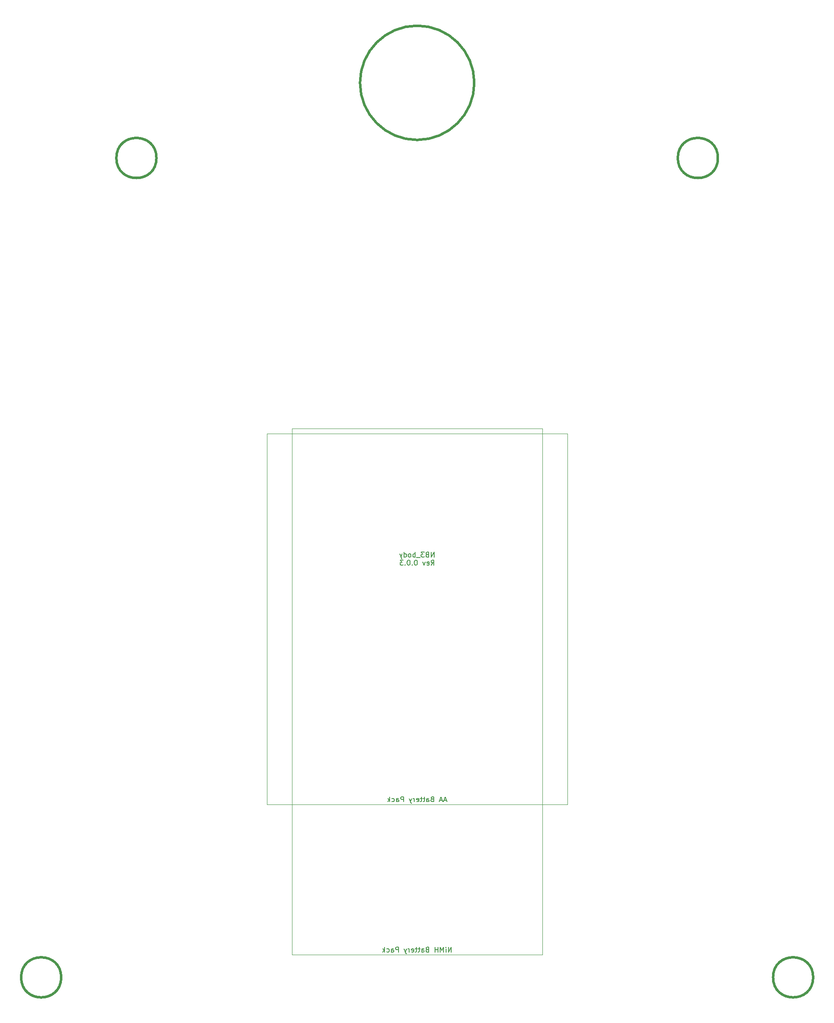
<source format=gbo>
G04 #@! TF.GenerationSoftware,KiCad,Pcbnew,(6.0.8)*
G04 #@! TF.CreationDate,2022-10-11T11:52:18+01:00*
G04 #@! TF.ProjectId,NB3_body,4e42335f-626f-4647-992e-6b696361645f,0.0.3*
G04 #@! TF.SameCoordinates,PX76bb820PYd4ab5c0*
G04 #@! TF.FileFunction,Legend,Bot*
G04 #@! TF.FilePolarity,Positive*
%FSLAX46Y46*%
G04 Gerber Fmt 4.6, Leading zero omitted, Abs format (unit mm)*
G04 Created by KiCad (PCBNEW (6.0.8)) date 2022-10-11 11:52:18*
%MOMM*%
%LPD*%
G01*
G04 APERTURE LIST*
%ADD10C,0.500000*%
%ADD11C,0.120000*%
%ADD12C,0.150000*%
G04 APERTURE END LIST*
D10*
X79000000Y6500000D02*
G75*
G03*
X79000000Y6500000I-4000000J0D01*
G01*
X-52000000Y170000000D02*
G75*
G03*
X-52000000Y170000000I-4000000J0D01*
G01*
X11400000Y185000000D02*
G75*
G03*
X11400000Y185000000I-11400000J0D01*
G01*
X-71000000Y6500000D02*
G75*
G03*
X-71000000Y6500000I-4000000J0D01*
G01*
D11*
X30000000Y115000000D02*
X-30000000Y115000000D01*
X-30000000Y115000000D02*
X-30000000Y41000000D01*
X-30000000Y41000000D02*
X30000000Y41000000D01*
X30000000Y41000000D02*
X30000000Y115000000D01*
D10*
X60000000Y170000000D02*
G75*
G03*
X60000000Y170000000I-4000000J0D01*
G01*
D11*
X25000000Y116000000D02*
X-25000000Y116000000D01*
X-25000000Y116000000D02*
X-25000000Y11000000D01*
X-25000000Y11000000D02*
X25000000Y11000000D01*
X25000000Y11000000D02*
X25000000Y116000000D01*
D12*
X5857142Y41833334D02*
X5380952Y41833334D01*
X5952380Y41547620D02*
X5619047Y42547620D01*
X5285714Y41547620D01*
X5000000Y41833334D02*
X4523809Y41833334D01*
X5095238Y41547620D02*
X4761904Y42547620D01*
X4428571Y41547620D01*
X3000000Y42071429D02*
X2857142Y42023810D01*
X2809523Y41976191D01*
X2761904Y41880953D01*
X2761904Y41738096D01*
X2809523Y41642858D01*
X2857142Y41595239D01*
X2952380Y41547620D01*
X3333333Y41547620D01*
X3333333Y42547620D01*
X3000000Y42547620D01*
X2904761Y42500000D01*
X2857142Y42452381D01*
X2809523Y42357143D01*
X2809523Y42261905D01*
X2857142Y42166667D01*
X2904761Y42119048D01*
X3000000Y42071429D01*
X3333333Y42071429D01*
X1904761Y41547620D02*
X1904761Y42071429D01*
X1952380Y42166667D01*
X2047619Y42214286D01*
X2238095Y42214286D01*
X2333333Y42166667D01*
X1904761Y41595239D02*
X2000000Y41547620D01*
X2238095Y41547620D01*
X2333333Y41595239D01*
X2380952Y41690477D01*
X2380952Y41785715D01*
X2333333Y41880953D01*
X2238095Y41928572D01*
X2000000Y41928572D01*
X1904761Y41976191D01*
X1571428Y42214286D02*
X1190476Y42214286D01*
X1428571Y42547620D02*
X1428571Y41690477D01*
X1380952Y41595239D01*
X1285714Y41547620D01*
X1190476Y41547620D01*
X1000000Y42214286D02*
X619047Y42214286D01*
X857142Y42547620D02*
X857142Y41690477D01*
X809523Y41595239D01*
X714285Y41547620D01*
X619047Y41547620D01*
X-95239Y41595239D02*
X0Y41547620D01*
X190476Y41547620D01*
X285714Y41595239D01*
X333333Y41690477D01*
X333333Y42071429D01*
X285714Y42166667D01*
X190476Y42214286D01*
X0Y42214286D01*
X-95239Y42166667D01*
X-142858Y42071429D01*
X-142858Y41976191D01*
X333333Y41880953D01*
X-571429Y41547620D02*
X-571429Y42214286D01*
X-571429Y42023810D02*
X-619048Y42119048D01*
X-666667Y42166667D01*
X-761905Y42214286D01*
X-857143Y42214286D01*
X-1095239Y42214286D02*
X-1333334Y41547620D01*
X-1571429Y42214286D02*
X-1333334Y41547620D01*
X-1238096Y41309524D01*
X-1190477Y41261905D01*
X-1095239Y41214286D01*
X-2714286Y41547620D02*
X-2714286Y42547620D01*
X-3095239Y42547620D01*
X-3190477Y42500000D01*
X-3238096Y42452381D01*
X-3285715Y42357143D01*
X-3285715Y42214286D01*
X-3238096Y42119048D01*
X-3190477Y42071429D01*
X-3095239Y42023810D01*
X-2714286Y42023810D01*
X-4142858Y41547620D02*
X-4142858Y42071429D01*
X-4095239Y42166667D01*
X-4000000Y42214286D01*
X-3809524Y42214286D01*
X-3714286Y42166667D01*
X-4142858Y41595239D02*
X-4047620Y41547620D01*
X-3809524Y41547620D01*
X-3714286Y41595239D01*
X-3666667Y41690477D01*
X-3666667Y41785715D01*
X-3714286Y41880953D01*
X-3809524Y41928572D01*
X-4047620Y41928572D01*
X-4142858Y41976191D01*
X-5047620Y41595239D02*
X-4952381Y41547620D01*
X-4761905Y41547620D01*
X-4666667Y41595239D01*
X-4619048Y41642858D01*
X-4571429Y41738096D01*
X-4571429Y42023810D01*
X-4619048Y42119048D01*
X-4666667Y42166667D01*
X-4761905Y42214286D01*
X-4952381Y42214286D01*
X-5047620Y42166667D01*
X-5476191Y41547620D02*
X-5476191Y42547620D01*
X-5571429Y41928572D02*
X-5857143Y41547620D01*
X-5857143Y42214286D02*
X-5476191Y41833334D01*
X3380952Y90352620D02*
X3380952Y91352620D01*
X2809523Y90352620D01*
X2809523Y91352620D01*
X2000000Y90876429D02*
X1857142Y90828810D01*
X1809523Y90781191D01*
X1761904Y90685953D01*
X1761904Y90543096D01*
X1809523Y90447858D01*
X1857142Y90400239D01*
X1952380Y90352620D01*
X2333333Y90352620D01*
X2333333Y91352620D01*
X2000000Y91352620D01*
X1904761Y91305000D01*
X1857142Y91257381D01*
X1809523Y91162143D01*
X1809523Y91066905D01*
X1857142Y90971667D01*
X1904761Y90924048D01*
X2000000Y90876429D01*
X2333333Y90876429D01*
X1428571Y91352620D02*
X809523Y91352620D01*
X1142857Y90971667D01*
X1000000Y90971667D01*
X904761Y90924048D01*
X857142Y90876429D01*
X809523Y90781191D01*
X809523Y90543096D01*
X857142Y90447858D01*
X904761Y90400239D01*
X1000000Y90352620D01*
X1285714Y90352620D01*
X1380952Y90400239D01*
X1428571Y90447858D01*
X619047Y90257381D02*
X-142858Y90257381D01*
X-380953Y90352620D02*
X-380953Y91352620D01*
X-380953Y90971667D02*
X-476191Y91019286D01*
X-666667Y91019286D01*
X-761905Y90971667D01*
X-809524Y90924048D01*
X-857143Y90828810D01*
X-857143Y90543096D01*
X-809524Y90447858D01*
X-761905Y90400239D01*
X-666667Y90352620D01*
X-476191Y90352620D01*
X-380953Y90400239D01*
X-1428572Y90352620D02*
X-1333334Y90400239D01*
X-1285715Y90447858D01*
X-1238096Y90543096D01*
X-1238096Y90828810D01*
X-1285715Y90924048D01*
X-1333334Y90971667D01*
X-1428572Y91019286D01*
X-1571429Y91019286D01*
X-1666667Y90971667D01*
X-1714286Y90924048D01*
X-1761905Y90828810D01*
X-1761905Y90543096D01*
X-1714286Y90447858D01*
X-1666667Y90400239D01*
X-1571429Y90352620D01*
X-1428572Y90352620D01*
X-2619048Y90352620D02*
X-2619048Y91352620D01*
X-2619048Y90400239D02*
X-2523810Y90352620D01*
X-2333334Y90352620D01*
X-2238096Y90400239D01*
X-2190477Y90447858D01*
X-2142858Y90543096D01*
X-2142858Y90828810D01*
X-2190477Y90924048D01*
X-2238096Y90971667D01*
X-2333334Y91019286D01*
X-2523810Y91019286D01*
X-2619048Y90971667D01*
X-3000000Y91019286D02*
X-3238096Y90352620D01*
X-3476191Y91019286D02*
X-3238096Y90352620D01*
X-3142858Y90114524D01*
X-3095239Y90066905D01*
X-3000000Y90019286D01*
X2785714Y88742620D02*
X3119047Y89218810D01*
X3357142Y88742620D02*
X3357142Y89742620D01*
X2976190Y89742620D01*
X2880952Y89695000D01*
X2833333Y89647381D01*
X2785714Y89552143D01*
X2785714Y89409286D01*
X2833333Y89314048D01*
X2880952Y89266429D01*
X2976190Y89218810D01*
X3357142Y89218810D01*
X1976190Y88790239D02*
X2071428Y88742620D01*
X2261904Y88742620D01*
X2357142Y88790239D01*
X2404761Y88885477D01*
X2404761Y89266429D01*
X2357142Y89361667D01*
X2261904Y89409286D01*
X2071428Y89409286D01*
X1976190Y89361667D01*
X1928571Y89266429D01*
X1928571Y89171191D01*
X2404761Y89075953D01*
X1595238Y89409286D02*
X1357142Y88742620D01*
X1119047Y89409286D01*
X-214286Y89742620D02*
X-309524Y89742620D01*
X-404762Y89695000D01*
X-452381Y89647381D01*
X-500000Y89552143D01*
X-547620Y89361667D01*
X-547620Y89123572D01*
X-500000Y88933096D01*
X-452381Y88837858D01*
X-404762Y88790239D01*
X-309524Y88742620D01*
X-214286Y88742620D01*
X-119048Y88790239D01*
X-71429Y88837858D01*
X-23810Y88933096D01*
X23809Y89123572D01*
X23809Y89361667D01*
X-23810Y89552143D01*
X-71429Y89647381D01*
X-119048Y89695000D01*
X-214286Y89742620D01*
X-976191Y88837858D02*
X-1023810Y88790239D01*
X-976191Y88742620D01*
X-928572Y88790239D01*
X-976191Y88837858D01*
X-976191Y88742620D01*
X-1642858Y89742620D02*
X-1738096Y89742620D01*
X-1833334Y89695000D01*
X-1880953Y89647381D01*
X-1928572Y89552143D01*
X-1976191Y89361667D01*
X-1976191Y89123572D01*
X-1928572Y88933096D01*
X-1880953Y88837858D01*
X-1833334Y88790239D01*
X-1738096Y88742620D01*
X-1642858Y88742620D01*
X-1547620Y88790239D01*
X-1500000Y88837858D01*
X-1452381Y88933096D01*
X-1404762Y89123572D01*
X-1404762Y89361667D01*
X-1452381Y89552143D01*
X-1500000Y89647381D01*
X-1547620Y89695000D01*
X-1642858Y89742620D01*
X-2404762Y88837858D02*
X-2452381Y88790239D01*
X-2404762Y88742620D01*
X-2357143Y88790239D01*
X-2404762Y88837858D01*
X-2404762Y88742620D01*
X-2785715Y89742620D02*
X-3404762Y89742620D01*
X-3071429Y89361667D01*
X-3214286Y89361667D01*
X-3309524Y89314048D01*
X-3357143Y89266429D01*
X-3404762Y89171191D01*
X-3404762Y88933096D01*
X-3357143Y88837858D01*
X-3309524Y88790239D01*
X-3214286Y88742620D01*
X-2928572Y88742620D01*
X-2833334Y88790239D01*
X-2785715Y88837858D01*
X6809523Y11547620D02*
X6809523Y12547620D01*
X6238095Y11547620D01*
X6238095Y12547620D01*
X5761904Y11547620D02*
X5761904Y12214286D01*
X5761904Y12547620D02*
X5809523Y12500000D01*
X5761904Y12452381D01*
X5714285Y12500000D01*
X5761904Y12547620D01*
X5761904Y12452381D01*
X5285714Y11547620D02*
X5285714Y12547620D01*
X4952380Y11833334D01*
X4619047Y12547620D01*
X4619047Y11547620D01*
X4142857Y11547620D02*
X4142857Y12547620D01*
X4142857Y12071429D02*
X3571428Y12071429D01*
X3571428Y11547620D02*
X3571428Y12547620D01*
X2000000Y12071429D02*
X1857142Y12023810D01*
X1809523Y11976191D01*
X1761904Y11880953D01*
X1761904Y11738096D01*
X1809523Y11642858D01*
X1857142Y11595239D01*
X1952380Y11547620D01*
X2333333Y11547620D01*
X2333333Y12547620D01*
X2000000Y12547620D01*
X1904761Y12500000D01*
X1857142Y12452381D01*
X1809523Y12357143D01*
X1809523Y12261905D01*
X1857142Y12166667D01*
X1904761Y12119048D01*
X2000000Y12071429D01*
X2333333Y12071429D01*
X904761Y11547620D02*
X904761Y12071429D01*
X952380Y12166667D01*
X1047619Y12214286D01*
X1238095Y12214286D01*
X1333333Y12166667D01*
X904761Y11595239D02*
X1000000Y11547620D01*
X1238095Y11547620D01*
X1333333Y11595239D01*
X1380952Y11690477D01*
X1380952Y11785715D01*
X1333333Y11880953D01*
X1238095Y11928572D01*
X1000000Y11928572D01*
X904761Y11976191D01*
X571428Y12214286D02*
X190476Y12214286D01*
X428571Y12547620D02*
X428571Y11690477D01*
X380952Y11595239D01*
X285714Y11547620D01*
X190476Y11547620D01*
X0Y12214286D02*
X-380953Y12214286D01*
X-142858Y12547620D02*
X-142858Y11690477D01*
X-190477Y11595239D01*
X-285715Y11547620D01*
X-380953Y11547620D01*
X-1095239Y11595239D02*
X-1000000Y11547620D01*
X-809524Y11547620D01*
X-714286Y11595239D01*
X-666667Y11690477D01*
X-666667Y12071429D01*
X-714286Y12166667D01*
X-809524Y12214286D01*
X-1000000Y12214286D01*
X-1095239Y12166667D01*
X-1142858Y12071429D01*
X-1142858Y11976191D01*
X-666667Y11880953D01*
X-1571429Y11547620D02*
X-1571429Y12214286D01*
X-1571429Y12023810D02*
X-1619048Y12119048D01*
X-1666667Y12166667D01*
X-1761905Y12214286D01*
X-1857143Y12214286D01*
X-2095239Y12214286D02*
X-2333334Y11547620D01*
X-2571429Y12214286D02*
X-2333334Y11547620D01*
X-2238096Y11309524D01*
X-2190477Y11261905D01*
X-2095239Y11214286D01*
X-3714286Y11547620D02*
X-3714286Y12547620D01*
X-4095239Y12547620D01*
X-4190477Y12500000D01*
X-4238096Y12452381D01*
X-4285715Y12357143D01*
X-4285715Y12214286D01*
X-4238096Y12119048D01*
X-4190477Y12071429D01*
X-4095239Y12023810D01*
X-3714286Y12023810D01*
X-5142858Y11547620D02*
X-5142858Y12071429D01*
X-5095239Y12166667D01*
X-5000000Y12214286D01*
X-4809524Y12214286D01*
X-4714286Y12166667D01*
X-5142858Y11595239D02*
X-5047620Y11547620D01*
X-4809524Y11547620D01*
X-4714286Y11595239D01*
X-4666667Y11690477D01*
X-4666667Y11785715D01*
X-4714286Y11880953D01*
X-4809524Y11928572D01*
X-5047620Y11928572D01*
X-5142858Y11976191D01*
X-6047620Y11595239D02*
X-5952381Y11547620D01*
X-5761905Y11547620D01*
X-5666667Y11595239D01*
X-5619048Y11642858D01*
X-5571429Y11738096D01*
X-5571429Y12023810D01*
X-5619048Y12119048D01*
X-5666667Y12166667D01*
X-5761905Y12214286D01*
X-5952381Y12214286D01*
X-6047620Y12166667D01*
X-6476191Y11547620D02*
X-6476191Y12547620D01*
X-6571429Y11928572D02*
X-6857143Y11547620D01*
X-6857143Y12214286D02*
X-6476191Y11833334D01*
M02*

</source>
